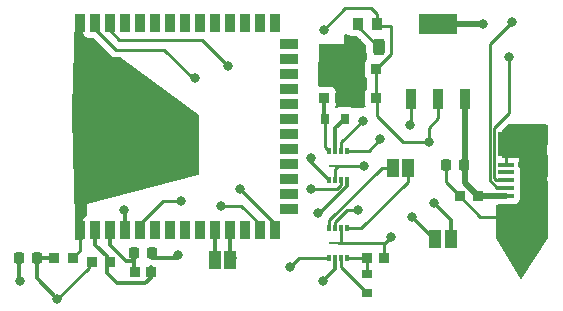
<source format=gtl>
%TF.GenerationSoftware,KiCad,Pcbnew,7.0.2-6a45011f42~172~ubuntu20.04.1*%
%TF.CreationDate,2023-05-12T18:09:31+10:00*%
%TF.ProjectId,pcb_redesign,7063625f-7265-4646-9573-69676e2e6b69,rev?*%
%TF.SameCoordinates,Original*%
%TF.FileFunction,Copper,L1,Top*%
%TF.FilePolarity,Positive*%
%FSLAX46Y46*%
G04 Gerber Fmt 4.6, Leading zero omitted, Abs format (unit mm)*
G04 Created by KiCad (PCBNEW 7.0.2-6a45011f42~172~ubuntu20.04.1) date 2023-05-12 18:09:31*
%MOMM*%
%LPD*%
G01*
G04 APERTURE LIST*
G04 Aperture macros list*
%AMRoundRect*
0 Rectangle with rounded corners*
0 $1 Rounding radius*
0 $2 $3 $4 $5 $6 $7 $8 $9 X,Y pos of 4 corners*
0 Add a 4 corners polygon primitive as box body*
4,1,4,$2,$3,$4,$5,$6,$7,$8,$9,$2,$3,0*
0 Add four circle primitives for the rounded corners*
1,1,$1+$1,$2,$3*
1,1,$1+$1,$4,$5*
1,1,$1+$1,$6,$7*
1,1,$1+$1,$8,$9*
0 Add four rect primitives between the rounded corners*
20,1,$1+$1,$2,$3,$4,$5,0*
20,1,$1+$1,$4,$5,$6,$7,0*
20,1,$1+$1,$6,$7,$8,$9,0*
20,1,$1+$1,$8,$9,$2,$3,0*%
G04 Aperture macros list end*
%TA.AperFunction,SMDPad,CuDef*%
%ADD10R,0.900000X0.970000*%
%TD*%
%TA.AperFunction,SMDPad,CuDef*%
%ADD11R,0.940000X1.020000*%
%TD*%
%TA.AperFunction,SMDPad,CuDef*%
%ADD12R,0.870000X0.930000*%
%TD*%
%TA.AperFunction,SMDPad,CuDef*%
%ADD13RoundRect,0.243750X-0.243750X-0.456250X0.243750X-0.456250X0.243750X0.456250X-0.243750X0.456250X0*%
%TD*%
%TA.AperFunction,SMDPad,CuDef*%
%ADD14RoundRect,0.225000X-0.225000X-0.250000X0.225000X-0.250000X0.225000X0.250000X-0.225000X0.250000X0*%
%TD*%
%TA.AperFunction,SMDPad,CuDef*%
%ADD15R,1.350000X0.400000*%
%TD*%
%TA.AperFunction,SMDPad,CuDef*%
%ADD16R,1.600000X2.100000*%
%TD*%
%TA.AperFunction,SMDPad,CuDef*%
%ADD17R,1.900000X1.800000*%
%TD*%
%TA.AperFunction,SMDPad,CuDef*%
%ADD18R,1.900000X1.900000*%
%TD*%
%TA.AperFunction,SMDPad,CuDef*%
%ADD19R,0.950000X1.750000*%
%TD*%
%TA.AperFunction,SMDPad,CuDef*%
%ADD20R,3.200000X1.750000*%
%TD*%
%TA.AperFunction,SMDPad,CuDef*%
%ADD21R,1.000000X1.500000*%
%TD*%
%TA.AperFunction,SMDPad,CuDef*%
%ADD22R,0.970000X0.930000*%
%TD*%
%TA.AperFunction,SMDPad,CuDef*%
%ADD23R,0.900000X0.900000*%
%TD*%
%TA.AperFunction,SMDPad,CuDef*%
%ADD24R,0.900000X1.500000*%
%TD*%
%TA.AperFunction,SMDPad,CuDef*%
%ADD25R,1.500000X0.900000*%
%TD*%
%TA.AperFunction,SMDPad,CuDef*%
%ADD26R,0.790000X0.930000*%
%TD*%
%TA.AperFunction,SMDPad,CuDef*%
%ADD27R,0.930000X0.790000*%
%TD*%
%TA.AperFunction,SMDPad,CuDef*%
%ADD28R,0.350000X0.560000*%
%TD*%
%TA.AperFunction,SMDPad,CuDef*%
%ADD29R,1.600000X0.200000*%
%TD*%
%TA.AperFunction,ViaPad*%
%ADD30C,0.800000*%
%TD*%
%TA.AperFunction,Conductor*%
%ADD31C,0.250000*%
%TD*%
%TA.AperFunction,Conductor*%
%ADD32C,0.300000*%
%TD*%
%TA.AperFunction,Conductor*%
%ADD33C,0.500000*%
%TD*%
G04 APERTURE END LIST*
D10*
%TO.P,R6,1*%
%TO.N,VCC_3V3*%
X114890000Y-79400000D03*
%TO.P,R6,2*%
%TO.N,/ESP32_3V3*%
X116410000Y-79400000D03*
%TD*%
D11*
%TO.P,R3,1*%
%TO.N,VCC_3V3*%
X139040000Y-59200000D03*
%TO.P,R3,2*%
%TO.N,Net-(D1-A)*%
X137460000Y-59200000D03*
%TD*%
D12*
%TO.P,C3,1*%
%TO.N,GND*%
X113280000Y-79000000D03*
%TO.P,C3,2*%
%TO.N,VCC_3V3*%
X111720000Y-79000000D03*
%TD*%
D13*
%TO.P,D1,1,K*%
%TO.N,GND*%
X137312500Y-61200000D03*
%TO.P,D1,2,A*%
%TO.N,Net-(D1-A)*%
X139187500Y-61200000D03*
%TD*%
D14*
%TO.P,C4,1*%
%TO.N,GND*%
X144875000Y-71200000D03*
%TO.P,C4,2*%
%TO.N,3.7_UNREG*%
X146425000Y-71200000D03*
%TD*%
D12*
%TO.P,C2,1*%
%TO.N,GND*%
X146055000Y-73795000D03*
%TO.P,C2,2*%
%TO.N,3.7_UNREG*%
X147615000Y-73795000D03*
%TD*%
D15*
%TO.P,J1,1,VBUS*%
%TO.N,3.7_UNREG*%
X149950000Y-73750000D03*
%TO.P,J1,2,D-*%
%TO.N,D-*%
X149950000Y-73100000D03*
%TO.P,J1,3,D+*%
%TO.N,D+*%
X149950000Y-72450000D03*
%TO.P,J1,4,ID*%
%TO.N,unconnected-(J1-ID-Pad4)*%
X149950000Y-71800000D03*
%TO.P,J1,5,GND*%
%TO.N,GND*%
X149950000Y-71150000D03*
D16*
%TO.P,J1,S1,in1*%
X150075000Y-75550000D03*
%TO.P,J1,S2,in2*%
X150075000Y-69350000D03*
D17*
%TO.P,J1,S3,in3*%
X152625000Y-76250000D03*
D18*
%TO.P,J1,S4,in4*%
X152625000Y-73650000D03*
%TO.P,J1,S5,in5*%
X152625000Y-71250000D03*
D17*
%TO.P,J1,S6,in6*%
X152625000Y-68650000D03*
%TD*%
D19*
%TO.P,IC1,1,ADJ/GND*%
%TO.N,GND*%
X141950000Y-65550000D03*
%TO.P,IC1,2,VOUT_1*%
%TO.N,VCC_3V3*%
X144250000Y-65550000D03*
%TO.P,IC1,3,VIN*%
%TO.N,3.7_UNREG*%
X146550000Y-65550000D03*
D20*
%TO.P,IC1,4,VOUT_2*%
%TO.N,VCC_3V3*%
X144250000Y-59250000D03*
%TD*%
D14*
%TO.P,C8,1*%
%TO.N,GND*%
X108725000Y-79000000D03*
%TO.P,C8,2*%
%TO.N,VCC_3V3*%
X110275000Y-79000000D03*
%TD*%
%TO.P,C1,1*%
%TO.N,/CHIP_PU*%
X118499700Y-78600000D03*
%TO.P,C1,2*%
%TO.N,GND*%
X120049700Y-78600000D03*
%TD*%
D21*
%TO.P,JP3,1,A*%
%TO.N,Net-(A3908EEETR-T3-OUTA)*%
X144000000Y-77400000D03*
%TO.P,JP3,2,B*%
%TO.N,Net-(A3908EEETR-T3-OUTB)*%
X145300000Y-77400000D03*
%TD*%
%TO.P,JP2,1,A*%
%TO.N,Net-(A3908EEETR-T1-OUTA)*%
X140400000Y-71400000D03*
%TO.P,JP2,2,B*%
%TO.N,Net-(A3908EEETR-T1-OUTB)*%
X141700000Y-71400000D03*
%TD*%
D22*
%TO.P,R1,2*%
%TO.N,/CHIP_PU*%
X118570000Y-80200000D03*
%TO.P,R1,1*%
%TO.N,/ESP32_3V3*%
X119930000Y-80200000D03*
%TD*%
D12*
%TO.P,C7,2*%
%TO.N,VCC_3V3*%
X139010000Y-65530000D03*
%TO.P,C7,1*%
%TO.N,GND*%
X137450000Y-65530000D03*
%TD*%
%TO.P,C6,2*%
%TO.N,VCC_3V3*%
X139010000Y-63050000D03*
%TO.P,C6,1*%
%TO.N,GND*%
X137450000Y-63050000D03*
%TD*%
D23*
%TO.P,U1,41,GND*%
%TO.N,GND*%
X123000000Y-70800000D03*
X120200000Y-69400000D03*
X123000000Y-68000000D03*
X121600000Y-68000000D03*
X123000000Y-69400000D03*
X120200000Y-68000000D03*
X120200000Y-70800000D03*
X121600000Y-70800000D03*
X121600000Y-69400000D03*
D24*
%TO.P,U1,40,GND*%
X113880000Y-59150000D03*
%TO.P,U1,39,GPIO1/TOUCH1/ADC1_CH0*%
%TO.N,ENA Left Motor*%
X115150000Y-59150000D03*
%TO.P,U1,38,GPIO2/TOUCH2/ADC1_CH1*%
%TO.N,ENB Left Motor*%
X116420000Y-59150000D03*
%TO.P,U1,37,U0TXD/GPIO43/CLK_OUT1*%
%TO.N,unconnected-(U1-U0TXD{slash}GPIO43{slash}CLK_OUT1-Pad37)*%
X117690000Y-59150000D03*
%TO.P,U1,36,U0RXD/GPIO44/CLK_OUT2*%
%TO.N,unconnected-(U1-U0RXD{slash}GPIO44{slash}CLK_OUT2-Pad36)*%
X118960000Y-59150000D03*
%TO.P,U1,35,MTMS/GPIO42*%
%TO.N,unconnected-(U1-MTMS{slash}GPIO42-Pad35)*%
X120230000Y-59150000D03*
%TO.P,U1,34,MTDI/GPIO41/CLK_OUT1*%
%TO.N,unconnected-(U1-MTDI{slash}GPIO41{slash}CLK_OUT1-Pad34)*%
X121500000Y-59150000D03*
%TO.P,U1,33,MTDO/GPIO40/CLK_OUT2*%
%TO.N,unconnected-(U1-MTDO{slash}GPIO40{slash}CLK_OUT2-Pad33)*%
X122770000Y-59150000D03*
%TO.P,U1,32,MTCK/GPIO39/CLK_OUT3/SUBSPICS1*%
%TO.N,unconnected-(U1-MTCK{slash}GPIO39{slash}CLK_OUT3{slash}SUBSPICS1-Pad32)*%
X124040000Y-59150000D03*
%TO.P,U1,31,GPIO38/FSPIWP/SUBSPIWP*%
%TO.N,unconnected-(U1-GPIO38{slash}FSPIWP{slash}SUBSPIWP-Pad31)*%
X125310000Y-59150000D03*
%TO.P,U1,30,SPIDQS/GPIO37/FSPIQ/SUBSPIQ*%
%TO.N,unconnected-(U1-SPIDQS{slash}GPIO37{slash}FSPIQ{slash}SUBSPIQ-Pad30)*%
X126580000Y-59150000D03*
%TO.P,U1,29,SPIIO7/GPIO36/FSPICLK/SUBSPICLK*%
%TO.N,unconnected-(U1-SPIIO7{slash}GPIO36{slash}FSPICLK{slash}SUBSPICLK-Pad29)*%
X127850000Y-59150000D03*
%TO.P,U1,28,SPIIO6/GPIO35/FSPID/SUBSPID*%
%TO.N,unconnected-(U1-SPIIO6{slash}GPIO35{slash}FSPID{slash}SUBSPID-Pad28)*%
X129120000Y-59150000D03*
%TO.P,U1,27,GPIO0/BOOT*%
%TO.N,unconnected-(U1-GPIO0{slash}BOOT-Pad27)*%
X130390000Y-59150000D03*
D25*
%TO.P,U1,26,GPIO45*%
%TO.N,unconnected-(U1-GPIO45-Pad26)*%
X131640000Y-60915000D03*
%TO.P,U1,25,GPIO48/SPICLK_N/SUBSPICLK_N_DIFF*%
%TO.N,unconnected-(U1-GPIO48{slash}SPICLK_N{slash}SUBSPICLK_N_DIFF-Pad25)*%
X131640000Y-62185000D03*
%TO.P,U1,24,GPIO47/SPICLK_P/SUBSPICLK_P_DIFF*%
%TO.N,unconnected-(U1-GPIO47{slash}SPICLK_P{slash}SUBSPICLK_P_DIFF-Pad24)*%
X131640000Y-63455000D03*
%TO.P,U1,23,GPIO21*%
%TO.N,unconnected-(U1-GPIO21-Pad23)*%
X131640000Y-64725000D03*
%TO.P,U1,22,GPIO14/TOUCH14/ADC2_CH3/FSPIWP/FSPIDQS/SUBSPIWP*%
%TO.N,unconnected-(U1-GPIO14{slash}TOUCH14{slash}ADC2_CH3{slash}FSPIWP{slash}FSPIDQS{slash}SUBSPIWP-Pad22)*%
X131640000Y-65995000D03*
%TO.P,U1,21,GPIO13/TOUCH13/ADC2_CH2/FSPIQ/FSPIIO7/SUBSPIQ*%
%TO.N,unconnected-(U1-GPIO13{slash}TOUCH13{slash}ADC2_CH2{slash}FSPIQ{slash}FSPIIO7{slash}SUBSPIQ-Pad21)*%
X131640000Y-67265000D03*
%TO.P,U1,20,GPIO12/TOUCH12/ADC2_CH1/FSPICLK/FSPIIO6/SUBSPICLK*%
%TO.N,unconnected-(U1-GPIO12{slash}TOUCH12{slash}ADC2_CH1{slash}FSPICLK{slash}FSPIIO6{slash}SUBSPICLK-Pad20)*%
X131640000Y-68535000D03*
%TO.P,U1,19,GPIO11/TOUCH11/ADC2_CH0/FSPID/FSPIIO5/SUBSPID*%
%TO.N,unconnected-(U1-GPIO11{slash}TOUCH11{slash}ADC2_CH0{slash}FSPID{slash}FSPIIO5{slash}SUBSPID-Pad19)*%
X131640000Y-69805000D03*
%TO.P,U1,18,GPIO10/TOUCH10/ADC1_CH9/FSPICS0/FSPIIO4/SUBSPICS0*%
%TO.N,unconnected-(U1-GPIO10{slash}TOUCH10{slash}ADC1_CH9{slash}FSPICS0{slash}FSPIIO4{slash}SUBSPICS0-Pad18)*%
X131640000Y-71075000D03*
%TO.P,U1,17,GPIO9/TOUCH9/ADC1_CH8/FSPIHD/SUBSPIHD*%
%TO.N,unconnected-(U1-GPIO9{slash}TOUCH9{slash}ADC1_CH8{slash}FSPIHD{slash}SUBSPIHD-Pad17)*%
X131640000Y-72345000D03*
%TO.P,U1,16,GPIO46*%
%TO.N,unconnected-(U1-GPIO46-Pad16)*%
X131640000Y-73615000D03*
%TO.P,U1,15,GPIO3/TOUCH3/ADC1_CH2*%
%TO.N,unconnected-(U1-GPIO3{slash}TOUCH3{slash}ADC1_CH2-Pad15)*%
X131640000Y-74885000D03*
D24*
%TO.P,U1,14,GPIO20/U1CTS/ADC2_CH9/CLK_OUT1/USB_D+*%
%TO.N,D+*%
X130390000Y-76650000D03*
%TO.P,U1,13,GPIO19/U1RTS/ADC2_CH8/CLK_OUT2/USB_D-*%
%TO.N,D-*%
X129120000Y-76650000D03*
%TO.P,U1,12,GPIO8/TOUCH8/ADC1_CH7/SUBSPICS1*%
%TO.N,unconnected-(U1-GPIO8{slash}TOUCH8{slash}ADC1_CH7{slash}SUBSPICS1-Pad12)*%
X127850000Y-76650000D03*
%TO.P,U1,11,GPIO18/U1RXD/ADC2_CH7/CLK_OUT3*%
%TO.N,Net-(JP1-A)*%
X126580000Y-76650000D03*
%TO.P,U1,10,GPIO17/U1TXD/ADC2_CH6*%
%TO.N,Net-(JP1-B)*%
X125310000Y-76650000D03*
%TO.P,U1,9,GPIO16/U0CTS/ADC2_CH5/XTAL_32K_N*%
%TO.N,unconnected-(U1-GPIO16{slash}U0CTS{slash}ADC2_CH5{slash}XTAL_32K_N-Pad9)*%
X124040000Y-76650000D03*
%TO.P,U1,8,GPIO15/U0RTS/ADC2_CH4/XTAL_32K_P*%
%TO.N,unconnected-(U1-GPIO15{slash}U0RTS{slash}ADC2_CH4{slash}XTAL_32K_P-Pad8)*%
X122770000Y-76650000D03*
%TO.P,U1,7,GPIO7/TOUCH7/ADC1_CH6*%
%TO.N,unconnected-(U1-GPIO7{slash}TOUCH7{slash}ADC1_CH6-Pad7)*%
X121500000Y-76650000D03*
%TO.P,U1,6,GPIO6/TOUCH6/ADC1_CH5*%
%TO.N,unconnected-(U1-GPIO6{slash}TOUCH6{slash}ADC1_CH5-Pad6)*%
X120230000Y-76650000D03*
%TO.P,U1,5,GPIO5/TOUCH5/ADC1_CH4*%
%TO.N,ENA Right Motor*%
X118960000Y-76650000D03*
%TO.P,U1,4,GPIO4/TOUCH4/ADC1_CH3*%
%TO.N,ENB Right Motor*%
X117690000Y-76650000D03*
%TO.P,U1,3,EN*%
%TO.N,/CHIP_PU*%
X116420000Y-76650000D03*
%TO.P,U1,2,3V3*%
%TO.N,/ESP32_3V3*%
X115150000Y-76650000D03*
%TO.P,U1,1,GND*%
%TO.N,GND*%
X113880000Y-76650000D03*
%TD*%
D22*
%TO.P,R9,1*%
%TO.N,Net-(A3908EEETR-T3-VSET)*%
X134570000Y-65500000D03*
%TO.P,R9,2*%
%TO.N,GND*%
X135930000Y-65500000D03*
%TD*%
D26*
%TO.P,R8,1*%
%TO.N,Net-(A3908EEETR-T3-VREF)*%
X136320000Y-67250000D03*
%TO.P,R8,2*%
%TO.N,Net-(A3908EEETR-T3-VSET)*%
X134680000Y-67250000D03*
%TD*%
D22*
%TO.P,R5,1*%
%TO.N,Net-(A3908EEETR-T1-VSET)*%
X138250000Y-79000000D03*
%TO.P,R5,2*%
%TO.N,GND*%
X139610000Y-79000000D03*
%TD*%
D27*
%TO.P,R4,1*%
%TO.N,Net-(A3908EEETR-T1-VREF)*%
X138250000Y-82020000D03*
%TO.P,R4,2*%
%TO.N,Net-(A3908EEETR-T1-VSET)*%
X138250000Y-80380000D03*
%TD*%
D21*
%TO.P,JP1,1,A*%
%TO.N,Net-(JP1-A)*%
X126650000Y-79200000D03*
%TO.P,JP1,2,B*%
%TO.N,Net-(JP1-B)*%
X125350000Y-79200000D03*
%TD*%
D28*
%TO.P,A3908EEETR-T3,1,OUTB*%
%TO.N,Net-(A3908EEETR-T3-OUTB)*%
X135000000Y-72470000D03*
%TO.P,A3908EEETR-T3,2,GND*%
%TO.N,GND*%
X135500000Y-72470000D03*
%TO.P,A3908EEETR-T3,3,VDD*%
%TO.N,VCC_3V3*%
X136000000Y-72470000D03*
%TO.P,A3908EEETR-T3,4,OUTA*%
%TO.N,Net-(A3908EEETR-T3-OUTA)*%
X136500000Y-72470000D03*
%TO.P,A3908EEETR-T3,5,IN_2*%
%TO.N,ENA Left Motor*%
X136500000Y-70000000D03*
%TO.P,A3908EEETR-T3,6,IN_1*%
%TO.N,ENB Left Motor*%
X136000000Y-70000000D03*
%TO.P,A3908EEETR-T3,7,VREF*%
%TO.N,Net-(A3908EEETR-T3-VREF)*%
X135500000Y-70000000D03*
%TO.P,A3908EEETR-T3,8,VSET*%
%TO.N,Net-(A3908EEETR-T3-VSET)*%
X135000000Y-70000000D03*
D29*
%TO.P,A3908EEETR-T3,9,EP*%
%TO.N,GND*%
X135750000Y-71235000D03*
%TD*%
D28*
%TO.P,A3908EEETR-T1,1,OUTB*%
%TO.N,Net-(A3908EEETR-T1-OUTB)*%
X136500000Y-76530000D03*
%TO.P,A3908EEETR-T1,2,GND*%
%TO.N,GND*%
X136000000Y-76530000D03*
%TO.P,A3908EEETR-T1,3,VDD*%
%TO.N,VCC_3V3*%
X135500000Y-76530000D03*
%TO.P,A3908EEETR-T1,4,OUTA*%
%TO.N,Net-(A3908EEETR-T1-OUTA)*%
X135000000Y-76530000D03*
%TO.P,A3908EEETR-T1,5,IN_2*%
%TO.N,ENA Right Motor*%
X135000000Y-79000000D03*
%TO.P,A3908EEETR-T1,6,IN_1*%
%TO.N,ENB Right Motor*%
X135500000Y-79000000D03*
%TO.P,A3908EEETR-T1,7,VREF*%
%TO.N,Net-(A3908EEETR-T1-VREF)*%
X136000000Y-79000000D03*
%TO.P,A3908EEETR-T1,8,VSET*%
%TO.N,Net-(A3908EEETR-T1-VSET)*%
X136500000Y-79000000D03*
D29*
%TO.P,A3908EEETR-T1,9,EP*%
%TO.N,GND*%
X135750000Y-77765000D03*
%TD*%
D30*
%TO.N,VCC_3V3*%
X134550000Y-59700000D03*
X112000000Y-82500000D03*
%TO.N,GND*%
X151250000Y-78200000D03*
%TO.N,VCC_3V3*%
X143450000Y-69200000D03*
X137450000Y-75000000D03*
%TO.N,GND*%
X141850000Y-67800000D03*
%TO.N,D-*%
X150450000Y-59100000D03*
%TO.N,D+*%
X150250000Y-62000000D03*
%TO.N,ENB Left Motor*%
X126450000Y-62800000D03*
X137850000Y-67400000D03*
%TO.N,VCC_3V3*%
X133450000Y-73200000D03*
%TO.N,ENA Left Motor*%
X123650000Y-63800000D03*
X139350000Y-69000000D03*
%TO.N,Net-(A3908EEETR-T3-OUTA)*%
X134050000Y-75200000D03*
X142050000Y-75600000D03*
%TO.N,Net-(A3908EEETR-T3-OUTB)*%
X133450000Y-70600000D03*
X143850000Y-74400000D03*
%TO.N,ENB Right Motor*%
X134450000Y-81000000D03*
X117650000Y-75000000D03*
%TO.N,ENA Right Motor*%
X122450000Y-74200000D03*
X131650000Y-79800000D03*
%TO.N,GND*%
X108800000Y-81000000D03*
X118000000Y-69500000D03*
X137985000Y-71235000D03*
X135450000Y-62000000D03*
%TO.N,VCC_3V3*%
X148050000Y-59200000D03*
%TO.N,D-*%
X125850000Y-74600000D03*
%TO.N,D+*%
X127450000Y-73200000D03*
%TO.N,GND*%
X140250000Y-77250000D03*
X122250000Y-78800000D03*
%TD*%
D31*
%TO.N,VCC_3V3*%
X139040000Y-59200000D02*
X139040000Y-58390000D01*
X139040000Y-58390000D02*
X138550000Y-57900000D01*
X138550000Y-57900000D02*
X136350000Y-57900000D01*
X136350000Y-57900000D02*
X134550000Y-59700000D01*
X139040000Y-59400000D02*
X140250000Y-59400000D01*
X139010000Y-63050000D02*
X140250000Y-61810000D01*
X140250000Y-61810000D02*
X140250000Y-59400000D01*
%TO.N,GND*%
X135930000Y-65500000D02*
X137420000Y-65500000D01*
X137420000Y-65500000D02*
X137450000Y-65530000D01*
D32*
%TO.N,/CHIP_PU*%
X118500000Y-79300000D02*
X118500000Y-78600300D01*
X118500000Y-78600300D02*
X118499700Y-78600000D01*
X118570000Y-80250000D02*
X118500000Y-80180000D01*
X118500000Y-80180000D02*
X118500000Y-79300000D01*
X118500000Y-79300000D02*
X117800000Y-79300000D01*
X117800000Y-79300000D02*
X116420000Y-77920000D01*
X116420000Y-77920000D02*
X116420000Y-76650000D01*
D31*
%TO.N,VCC_3V3*%
X139010000Y-64200000D02*
X139010000Y-65530000D01*
X139010000Y-63050000D02*
X139010000Y-64200000D01*
%TO.N,Net-(A3908EEETR-T1-OUTA)*%
X140400000Y-71400000D02*
X139450000Y-71400000D01*
X139450000Y-71400000D02*
X135000000Y-75850000D01*
X135000000Y-75850000D02*
X135000000Y-76530000D01*
%TO.N,ENA Left Motor*%
X138350000Y-70000000D02*
X136500000Y-70000000D01*
X139350000Y-69000000D02*
X138350000Y-70000000D01*
%TO.N,D-*%
X148600000Y-60950000D02*
X148600000Y-72440686D01*
X150450000Y-59100000D02*
X148600000Y-60950000D01*
X148600000Y-72440686D02*
X149253564Y-73094250D01*
X149253564Y-73094250D02*
X149500000Y-73094250D01*
%TO.N,Net-(D1-A)*%
X137460000Y-59400000D02*
X137460000Y-59472500D01*
X137460000Y-59472500D02*
X139187500Y-61200000D01*
%TO.N,VCC_3V3*%
X144100000Y-59400000D02*
X144250000Y-59250000D01*
%TO.N,GND*%
X146055000Y-73795000D02*
X144875000Y-72615000D01*
X144875000Y-72615000D02*
X144875000Y-71200000D01*
X150075000Y-75550000D02*
X147810000Y-75550000D01*
X147810000Y-75550000D02*
X146055000Y-73795000D01*
D33*
%TO.N,3.7_UNREG*%
X147615000Y-73795000D02*
X146550000Y-72730000D01*
X146550000Y-72730000D02*
X146550000Y-65550000D01*
X149950000Y-73750000D02*
X147660000Y-73750000D01*
X147660000Y-73750000D02*
X147615000Y-73795000D01*
D31*
%TO.N,D+*%
X150250000Y-66775000D02*
X149000000Y-68025000D01*
X150250000Y-62000000D02*
X150250000Y-66775000D01*
X149000000Y-68025000D02*
X149000000Y-72275000D01*
X149000000Y-72275000D02*
X149169250Y-72444250D01*
X149169250Y-72444250D02*
X149500000Y-72444250D01*
%TO.N,GND*%
X149950000Y-71150000D02*
X149950000Y-69475000D01*
X149950000Y-69475000D02*
X150075000Y-69350000D01*
%TO.N,D+*%
X127450000Y-73200000D02*
X130440000Y-76190000D01*
%TO.N,ENA Left Motor*%
X123650000Y-63800000D02*
X123450000Y-63800000D01*
X123450000Y-63800000D02*
X121050000Y-61400000D01*
X121050000Y-61400000D02*
X116920000Y-61400000D01*
X116920000Y-61400000D02*
X115150000Y-59630000D01*
X115150000Y-59630000D02*
X115150000Y-59150000D01*
D32*
%TO.N,/ESP32_3V3*%
X115150000Y-76650000D02*
X115150000Y-77900000D01*
X116160000Y-78910000D02*
X116160000Y-80310000D01*
X119930000Y-80720000D02*
X119930000Y-79800000D01*
X115150000Y-77900000D02*
X116160000Y-78910000D01*
X116160000Y-80310000D02*
X117050000Y-81200000D01*
X117050000Y-81200000D02*
X119450000Y-81200000D01*
X119450000Y-81200000D02*
X119930000Y-80720000D01*
D31*
%TO.N,Net-(A3908EEETR-T1-VSET)*%
X138250000Y-79000000D02*
X138250000Y-80380000D01*
X136500000Y-79000000D02*
X138250000Y-79000000D01*
%TO.N,VCC_3V3*%
X143450000Y-69200000D02*
X141250000Y-69200000D01*
X139050000Y-67000000D02*
X139050000Y-65570000D01*
X141250000Y-69200000D02*
X139050000Y-67000000D01*
X139050000Y-65570000D02*
X139010000Y-65530000D01*
X143450000Y-68000000D02*
X143450000Y-69200000D01*
X144230000Y-67220000D02*
X143450000Y-68000000D01*
X144230000Y-67220000D02*
X144230000Y-66063900D01*
D32*
%TO.N,Net-(A3908EEETR-T3-OUTB)*%
X143850000Y-74400000D02*
X145300000Y-75850000D01*
X145300000Y-75850000D02*
X145300000Y-77400000D01*
D31*
%TO.N,Net-(A3908EEETR-T1-VREF)*%
X136000000Y-79000000D02*
X136000000Y-79770000D01*
X136000000Y-79770000D02*
X138250000Y-82020000D01*
%TO.N,GND*%
X141850000Y-67800000D02*
X141918600Y-67731400D01*
X141918600Y-67731400D02*
X141918600Y-66063900D01*
D33*
%TO.N,VCC_3V3*%
X148013900Y-59236100D02*
X148050000Y-59200000D01*
X144250000Y-59236100D02*
X148013900Y-59236100D01*
D32*
%TO.N,GND*%
X122250000Y-78800000D02*
X122050000Y-79000000D01*
X122050000Y-79000000D02*
X120049400Y-79000000D01*
D31*
%TO.N,ENB Left Motor*%
X124250000Y-60600000D02*
X117250000Y-60600000D01*
X126450000Y-62800000D02*
X124250000Y-60600000D01*
X117250000Y-60600000D02*
X116420000Y-59770000D01*
X116420000Y-59770000D02*
X116420000Y-59150000D01*
X136000000Y-69250000D02*
X137850000Y-67400000D01*
X136000000Y-70000000D02*
X136000000Y-69250000D01*
%TO.N,VCC_3V3*%
X133450000Y-73200000D02*
X135638910Y-73200000D01*
X135638910Y-73200000D02*
X136000000Y-72838910D01*
X136000000Y-72838910D02*
X136000000Y-72470000D01*
D32*
%TO.N,Net-(A3908EEETR-T3-OUTB)*%
X133450000Y-70600000D02*
X133450000Y-70920000D01*
X133450000Y-70920000D02*
X135000000Y-72470000D01*
%TO.N,Net-(A3908EEETR-T3-OUTA)*%
X134050000Y-75200000D02*
X134239950Y-75200000D01*
X134239950Y-75200000D02*
X136500000Y-72939950D01*
X136500000Y-72939950D02*
X136500000Y-72470000D01*
X144000000Y-77400000D02*
X143850000Y-77400000D01*
X143850000Y-77400000D02*
X142050000Y-75600000D01*
D31*
%TO.N,VCC_3V3*%
X135500000Y-76025000D02*
X135500000Y-76530000D01*
X137450000Y-75000000D02*
X136525000Y-75000000D01*
X136525000Y-75000000D02*
X135500000Y-76025000D01*
%TO.N,Net-(A3908EEETR-T1-OUTB)*%
X141650000Y-71600000D02*
X141650000Y-72600000D01*
X137720000Y-76530000D02*
X136500000Y-76530000D01*
X141650000Y-72600000D02*
X137720000Y-76530000D01*
D32*
%TO.N,ENB Right Motor*%
X134450000Y-81000000D02*
X135500000Y-79950000D01*
X135500000Y-79950000D02*
X135500000Y-79000000D01*
D31*
%TO.N,ENA Right Motor*%
X135000000Y-79000000D02*
X132450000Y-79000000D01*
X132450000Y-79000000D02*
X131650000Y-79800000D01*
D32*
%TO.N,ENB Right Motor*%
X117690000Y-75040000D02*
X117650000Y-75000000D01*
X117690000Y-76650000D02*
X117690000Y-75040000D01*
D31*
%TO.N,ENA Right Motor*%
X118960000Y-76170000D02*
X118960000Y-76650000D01*
X122450000Y-74200000D02*
X120930000Y-74200000D01*
X120930000Y-74200000D02*
X118960000Y-76170000D01*
%TO.N,VCC_3V3*%
X112000000Y-82500000D02*
X114640000Y-79860000D01*
X114640000Y-79860000D02*
X114640000Y-79400000D01*
D32*
%TO.N,GND*%
X108725300Y-79000000D02*
X108725300Y-80925300D01*
X108725300Y-80925300D02*
X108800000Y-81000000D01*
D31*
X113880000Y-76650000D02*
X113880000Y-78400000D01*
X113880000Y-78400000D02*
X113280000Y-79000000D01*
%TO.N,Net-(A3908EEETR-T3-VSET)*%
X134680000Y-67000000D02*
X134680000Y-69680000D01*
X134680000Y-69680000D02*
X135000000Y-70000000D01*
D32*
X134570000Y-65500000D02*
X134570000Y-67110000D01*
X134820000Y-67110000D02*
X134680000Y-67250000D01*
%TO.N,Net-(A3908EEETR-T3-VREF)*%
X136320000Y-67250000D02*
X135500000Y-68070000D01*
X135500000Y-68070000D02*
X135500000Y-70000000D01*
D31*
%TO.N,D-*%
X125850000Y-74600000D02*
X127550000Y-74600000D01*
X127550000Y-74600000D02*
X129120000Y-76170000D01*
X129120000Y-76170000D02*
X129120000Y-76650000D01*
%TO.N,GND*%
X135750000Y-71235000D02*
X137985000Y-71235000D01*
X135500000Y-72470000D02*
X135500000Y-71485000D01*
X135500000Y-71485000D02*
X135750000Y-71235000D01*
D32*
%TO.N,VCC_3V3*%
X112000000Y-82500000D02*
X110274700Y-80774700D01*
X110274700Y-80774700D02*
X110274700Y-79000000D01*
D31*
%TO.N,GND*%
X135750000Y-77765000D02*
X139735000Y-77765000D01*
X139735000Y-77765000D02*
X140250000Y-77250000D01*
X140250000Y-77250000D02*
X139610000Y-77890000D01*
X139610000Y-77890000D02*
X139610000Y-79000000D01*
X136000000Y-77765000D02*
X136000000Y-76530000D01*
D32*
%TO.N,VCC_3V3*%
X110274700Y-79000000D02*
X111720000Y-79000000D01*
%TO.N,Net-(JP1-A)*%
X126580000Y-76650000D02*
X126580000Y-78580000D01*
X126580000Y-78580000D02*
X127000000Y-79000000D01*
%TO.N,Net-(JP1-B)*%
X125310000Y-76650000D02*
X125310000Y-78610000D01*
X125310000Y-78610000D02*
X125700000Y-79000000D01*
%TD*%
%TA.AperFunction,Conductor*%
%TO.N,GND*%
G36*
X136656024Y-60121369D02*
G01*
X136721932Y-60144549D01*
X136723813Y-60145930D01*
X136743796Y-60160889D01*
X136880794Y-60211988D01*
X136880797Y-60211988D01*
X136880799Y-60211989D01*
X136941362Y-60218500D01*
X137258734Y-60218500D01*
X137325773Y-60238185D01*
X137346415Y-60254819D01*
X138125760Y-61034165D01*
X138159245Y-61095488D01*
X138162068Y-61120220D01*
X138176567Y-62225809D01*
X138157764Y-62293101D01*
X138151847Y-62301743D01*
X138124110Y-62338796D01*
X138073011Y-62475794D01*
X138066853Y-62533075D01*
X138066500Y-62536362D01*
X138066500Y-63563638D01*
X138066852Y-63566918D01*
X138066853Y-63566924D01*
X138073011Y-63624205D01*
X138124110Y-63761203D01*
X138173805Y-63827588D01*
X138198222Y-63893052D01*
X138198527Y-63900272D01*
X138208531Y-64663110D01*
X138189728Y-64730402D01*
X138183810Y-64739045D01*
X138124110Y-64818796D01*
X138073011Y-64955794D01*
X138069725Y-64986362D01*
X138066500Y-65016362D01*
X138066500Y-66043638D01*
X138066852Y-66046918D01*
X138066853Y-66046924D01*
X138073011Y-66104201D01*
X138083628Y-66132666D01*
X138088612Y-66202358D01*
X138055128Y-66263681D01*
X137993805Y-66297166D01*
X137967446Y-66300000D01*
X136892123Y-66300000D01*
X136848789Y-66292182D01*
X136824201Y-66283011D01*
X136766924Y-66276853D01*
X136766918Y-66276852D01*
X136763638Y-66276500D01*
X135876362Y-66276500D01*
X135873082Y-66276852D01*
X135873075Y-66276853D01*
X135815798Y-66283011D01*
X135679101Y-66333997D01*
X135609409Y-66338981D01*
X135548086Y-66305496D01*
X135514601Y-66244173D01*
X135519584Y-66174484D01*
X135556989Y-66074201D01*
X135563500Y-66013638D01*
X135563500Y-64986362D01*
X135556989Y-64925799D01*
X135556988Y-64925797D01*
X135556988Y-64925794D01*
X135505889Y-64788796D01*
X135418261Y-64671738D01*
X135301203Y-64584110D01*
X135164205Y-64533011D01*
X135106924Y-64526853D01*
X135106918Y-64526852D01*
X135103638Y-64526500D01*
X134179383Y-64526500D01*
X134112344Y-64506815D01*
X134066589Y-64454011D01*
X134055428Y-64399150D01*
X134068912Y-63900272D01*
X134146739Y-61020649D01*
X134168228Y-60954167D01*
X134222249Y-60909855D01*
X134270694Y-60900000D01*
X136250000Y-60900000D01*
X136250000Y-60230698D01*
X136269685Y-60163659D01*
X136322489Y-60117904D01*
X136380515Y-60106869D01*
X136656024Y-60121369D01*
G37*
%TD.AperFunction*%
%TD*%
%TA.AperFunction,Conductor*%
%TO.N,GND*%
G36*
X114134539Y-58519685D02*
G01*
X114180294Y-58572489D01*
X114191500Y-58623999D01*
X114191500Y-59948638D01*
X114191852Y-59951918D01*
X114191853Y-59951924D01*
X114198011Y-60009205D01*
X114249110Y-60146203D01*
X114336738Y-60263261D01*
X114453796Y-60350889D01*
X114590794Y-60401988D01*
X114590797Y-60401988D01*
X114590799Y-60401989D01*
X114651362Y-60408500D01*
X114981234Y-60408500D01*
X115048273Y-60428185D01*
X115068915Y-60444819D01*
X116412912Y-61788817D01*
X116425956Y-61805098D01*
X116427999Y-61807016D01*
X116428000Y-61807018D01*
X116477685Y-61853675D01*
X116480449Y-61856354D01*
X116500230Y-61876135D01*
X116503306Y-61878521D01*
X116503503Y-61878674D01*
X116512372Y-61886249D01*
X116544679Y-61916586D01*
X116562564Y-61926418D01*
X116578825Y-61937099D01*
X116594959Y-61949614D01*
X116635625Y-61967210D01*
X116646112Y-61972348D01*
X116684940Y-61993695D01*
X116704708Y-61998770D01*
X116723119Y-62005073D01*
X116741855Y-62013181D01*
X116785626Y-62020113D01*
X116797041Y-62022477D01*
X116839970Y-62033500D01*
X116860384Y-62033500D01*
X116879783Y-62035027D01*
X116899943Y-62038220D01*
X116944056Y-62034050D01*
X116955726Y-62033500D01*
X117218999Y-62033500D01*
X117286038Y-62053185D01*
X117292556Y-62057673D01*
X123949557Y-66962832D01*
X123991850Y-67018446D01*
X124000000Y-67062658D01*
X124000000Y-71904410D01*
X123980315Y-71971449D01*
X123927511Y-72017204D01*
X123907557Y-72024327D01*
X114500000Y-74499999D01*
X114499999Y-74500000D01*
X114500000Y-75352452D01*
X114480315Y-75419491D01*
X114450311Y-75451719D01*
X114336737Y-75536739D01*
X114249110Y-75653796D01*
X114198011Y-75790794D01*
X114191853Y-75848075D01*
X114191500Y-75851362D01*
X114191500Y-75854671D01*
X114191500Y-77376000D01*
X114171815Y-77443039D01*
X114119011Y-77488794D01*
X114067500Y-77500000D01*
X113624000Y-77500000D01*
X113556961Y-77480315D01*
X113511206Y-77427511D01*
X113500000Y-77376000D01*
X113500000Y-76000000D01*
X113499968Y-75998372D01*
X113262180Y-66962831D01*
X113250093Y-66503536D01*
X113250110Y-66496450D01*
X113496246Y-58620126D01*
X113518014Y-58553735D01*
X113572222Y-58509652D01*
X113620185Y-58500000D01*
X114067500Y-58500000D01*
X114134539Y-58519685D01*
G37*
%TD.AperFunction*%
%TD*%
%TA.AperFunction,Conductor*%
%TO.N,GND*%
G36*
X153394324Y-67719685D02*
G01*
X153440079Y-67772489D01*
X153451278Y-67822708D01*
X153549615Y-77263070D01*
X153530630Y-77330311D01*
X153530116Y-77331122D01*
X151359305Y-80728912D01*
X151306624Y-80774808D01*
X151237492Y-80784937D01*
X151173859Y-80756082D01*
X151147702Y-80724632D01*
X149166891Y-77328955D01*
X149150000Y-77266475D01*
X149150000Y-74632500D01*
X149169685Y-74565461D01*
X149222489Y-74519706D01*
X149274000Y-74508500D01*
X149990582Y-74508500D01*
X149994180Y-74508500D01*
X150059731Y-74500838D01*
X150074128Y-74500000D01*
X150950000Y-74500000D01*
X150952592Y-74398882D01*
X150973988Y-74332372D01*
X150978186Y-74327992D01*
X150977576Y-74327535D01*
X151017608Y-74274058D01*
X151075889Y-74196204D01*
X151126989Y-74059201D01*
X151133500Y-73998638D01*
X151133500Y-73501362D01*
X151133145Y-73498059D01*
X151126716Y-73438256D01*
X151126716Y-73411744D01*
X151133145Y-73351940D01*
X151133144Y-73351940D01*
X151133500Y-73348638D01*
X151133500Y-72851362D01*
X151126989Y-72790799D01*
X151126716Y-72788256D01*
X151126716Y-72761744D01*
X151133145Y-72701940D01*
X151133144Y-72701940D01*
X151133500Y-72698638D01*
X151133500Y-72201362D01*
X151126989Y-72140799D01*
X151126716Y-72138256D01*
X151126716Y-72111744D01*
X151133145Y-72051940D01*
X151133144Y-72051940D01*
X151133500Y-72048638D01*
X151133500Y-71551362D01*
X151126989Y-71490799D01*
X151126988Y-71490797D01*
X151126988Y-71490794D01*
X151075890Y-71353798D01*
X151075889Y-71353796D01*
X151057963Y-71329850D01*
X151033547Y-71264387D01*
X151033272Y-71252377D01*
X151050000Y-70600000D01*
X149757500Y-70600000D01*
X149690461Y-70580315D01*
X149644706Y-70527511D01*
X149633500Y-70476000D01*
X149633500Y-68338766D01*
X149653185Y-68271727D01*
X149669819Y-68251085D01*
X150184586Y-67736319D01*
X150245909Y-67702834D01*
X150272267Y-67700000D01*
X153327285Y-67700000D01*
X153394324Y-67719685D01*
G37*
%TD.AperFunction*%
%TD*%
M02*

</source>
